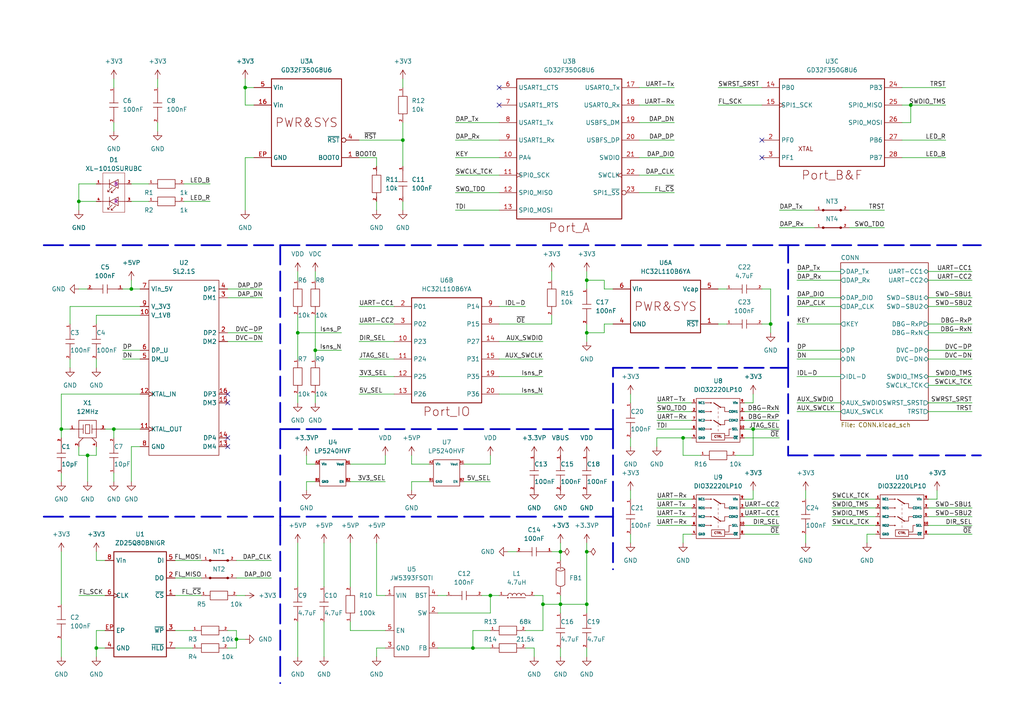
<source format=kicad_sch>
(kicad_sch (version 20211123) (generator eeschema)
  (paper "A4")
  (junction (at 91.44 101.6))
  (junction (at 38.1 83.82))
  (junction (at 116.84 40.64))
  (junction (at 157.48 175.26))
  (junction (at 162.56 160.02))
  (junction (at 223.52 93.98))
  (junction (at 33.02 124.46))
  (junction (at 198.12 127))
  (junction (at 264.16 30.48))
  (junction (at 170.18 96.52))
  (junction (at 170.18 160.02))
  (junction (at 68.58 185.42))
  (junction (at 218.44 124.46))
  (junction (at 71.12 25.4))
  (junction (at 22.86 58.42))
  (junction (at 137.16 187.96))
  (junction (at 162.56 175.26))
  (junction (at 25.4 132.08))
  (junction (at 27.94 187.96))
  (junction (at 170.18 175.26))
  (junction (at 17.78 124.46))
  (junction (at 142.24 172.72))
  (junction (at 86.36 96.52))
  (junction (at 170.18 81.28))
  (no_connect (at 220.98 45.72))
  (no_connect (at 144.78 25.4))
  (no_connect (at 66.04 116.84))
  (no_connect (at 144.78 30.48))
  (no_connect (at 66.04 129.54))
  (no_connect (at 66.04 127))
  (no_connect (at 66.04 114.3))
  (no_connect (at 220.98 40.64))
  (wire (pts (xy 208.28 25.4) (xy 220.98 25.4)))
  (wire (pts (xy 68.58 162.56) (xy 78.74 162.56)))
  (wire (pts (xy 101.6 134.62) (xy 111.76 134.62)))
  (wire (pts (xy 139.7 172.72) (xy 142.24 172.72)))
  (wire (pts (xy 152.4 182.88) (xy 157.48 182.88)))
  (wire (pts (xy 223.52 83.82) (xy 223.52 93.98)))
  (wire (pts (xy 35.56 101.6) (xy 40.64 101.6)))
  (wire (pts (xy 86.36 114.3) (xy 86.36 116.84)))
  (wire (pts (xy 22.86 83.82) (xy 25.4 83.82)))
  (wire (pts (xy 104.14 109.22) (xy 114.3 109.22)))
  (wire (pts (xy 198.12 127) (xy 200.66 127)))
  (wire (pts (xy 218.44 124.46) (xy 226.06 124.46)))
  (wire (pts (xy 71.12 45.72) (xy 73.66 45.72)))
  (wire (pts (xy 185.42 50.8) (xy 195.58 50.8)))
  (wire (pts (xy 160.02 160.02) (xy 162.56 160.02)))
  (wire (pts (xy 190.5 127) (xy 198.12 127)))
  (polyline (pts (xy 81.28 124.46) (xy 177.8 124.46)) (stroke (width 0.508)))
  (wire (pts (xy 154.94 187.96) (xy 152.4 187.96)))
  (wire (pts (xy 170.18 96.52) (xy 175.26 96.52)))
  (wire (pts (xy 149.86 160.02) (xy 147.32 160.02)))
  (wire (pts (xy 17.78 160.02) (xy 17.78 175.26)))
  (wire (pts (xy 38.1 81.28) (xy 38.1 83.82)))
  (wire (pts (xy 93.98 180.34) (xy 93.98 190.5)))
  (wire (pts (xy 246.38 66.04) (xy 256.54 66.04)))
  (polyline (pts (xy 81.28 71.12) (xy 81.28 152.4)) (stroke (width 0.508)))
  (wire (pts (xy 25.4 132.08) (xy 25.4 139.7)))
  (wire (pts (xy 104.14 93.98) (xy 114.3 93.98)))
  (wire (pts (xy 101.6 182.88) (xy 111.76 182.88)))
  (wire (pts (xy 200.66 149.86) (xy 190.5 149.86)))
  (wire (pts (xy 104.14 114.3) (xy 114.3 114.3)))
  (wire (pts (xy 22.86 172.72) (xy 30.48 172.72)))
  (wire (pts (xy 27.94 53.34) (xy 22.86 53.34)))
  (wire (pts (xy 86.36 78.74) (xy 86.36 81.28)))
  (wire (pts (xy 269.24 149.86) (xy 281.94 149.86)))
  (wire (pts (xy 198.12 154.94) (xy 200.66 154.94)))
  (wire (pts (xy 38.1 83.82) (xy 40.64 83.82)))
  (wire (pts (xy 271.78 142.24) (xy 271.78 144.78)))
  (wire (pts (xy 269.24 152.4) (xy 281.94 152.4)))
  (wire (pts (xy 40.64 114.3) (xy 17.78 114.3)))
  (wire (pts (xy 170.18 81.28) (xy 175.26 81.28)))
  (wire (pts (xy 27.94 132.08) (xy 27.94 129.54)))
  (wire (pts (xy 38.1 129.54) (xy 40.64 129.54)))
  (wire (pts (xy 261.62 40.64) (xy 274.32 40.64)))
  (wire (pts (xy 45.72 35.56) (xy 45.72 38.1)))
  (wire (pts (xy 269.24 111.76) (xy 281.94 111.76)))
  (wire (pts (xy 22.86 58.42) (xy 22.86 60.96)))
  (wire (pts (xy 231.14 101.6) (xy 243.84 101.6)))
  (polyline (pts (xy 177.8 106.68) (xy 228.6 106.68)) (stroke (width 0.508)))
  (wire (pts (xy 38.1 139.7) (xy 38.1 129.54)))
  (wire (pts (xy 264.16 35.56) (xy 264.16 30.48)))
  (wire (pts (xy 101.6 180.34) (xy 101.6 182.88)))
  (wire (pts (xy 91.44 78.74) (xy 91.44 81.28)))
  (wire (pts (xy 261.62 45.72) (xy 274.32 45.72)))
  (wire (pts (xy 27.94 104.14) (xy 27.94 106.68)))
  (wire (pts (xy 241.3 147.32) (xy 254 147.32)))
  (wire (pts (xy 132.08 40.64) (xy 144.78 40.64)))
  (wire (pts (xy 160.02 91.44) (xy 160.02 93.98)))
  (wire (pts (xy 20.32 88.9) (xy 20.32 93.98)))
  (wire (pts (xy 208.28 83.82) (xy 210.82 83.82)))
  (wire (pts (xy 109.22 187.96) (xy 111.76 187.96)))
  (wire (pts (xy 22.86 58.42) (xy 27.94 58.42)))
  (wire (pts (xy 218.44 144.78) (xy 215.9 144.78)))
  (wire (pts (xy 91.44 91.44) (xy 91.44 101.6)))
  (wire (pts (xy 182.88 127) (xy 182.88 129.54)))
  (wire (pts (xy 223.52 93.98) (xy 223.52 96.52)))
  (wire (pts (xy 109.22 45.72) (xy 109.22 48.26)))
  (wire (pts (xy 142.24 172.72) (xy 144.78 172.72)))
  (wire (pts (xy 269.24 78.74) (xy 281.94 78.74)))
  (wire (pts (xy 162.56 175.26) (xy 162.56 177.8)))
  (wire (pts (xy 269.24 96.52) (xy 281.94 96.52)))
  (wire (pts (xy 132.08 50.8) (xy 144.78 50.8)))
  (wire (pts (xy 170.18 177.8) (xy 170.18 175.26)))
  (wire (pts (xy 251.46 154.94) (xy 254 154.94)))
  (wire (pts (xy 200.66 147.32) (xy 190.5 147.32)))
  (wire (pts (xy 119.38 132.08) (xy 119.38 134.62)))
  (wire (pts (xy 17.78 114.3) (xy 17.78 124.46)))
  (wire (pts (xy 38.1 53.34) (xy 43.18 53.34)))
  (wire (pts (xy 132.08 35.56) (xy 144.78 35.56)))
  (wire (pts (xy 175.26 83.82) (xy 175.26 81.28)))
  (wire (pts (xy 27.94 182.88) (xy 27.94 187.96)))
  (wire (pts (xy 132.08 60.96) (xy 144.78 60.96)))
  (wire (pts (xy 144.78 114.3) (xy 157.48 114.3)))
  (wire (pts (xy 170.18 157.48) (xy 170.18 160.02)))
  (wire (pts (xy 231.14 116.84) (xy 243.84 116.84)))
  (wire (pts (xy 132.08 55.88) (xy 144.78 55.88)))
  (wire (pts (xy 88.9 134.62) (xy 88.9 132.08)))
  (wire (pts (xy 215.9 121.92) (xy 226.06 121.92)))
  (wire (pts (xy 144.78 104.14) (xy 157.48 104.14)))
  (wire (pts (xy 104.14 104.14) (xy 114.3 104.14)))
  (wire (pts (xy 231.14 81.28) (xy 243.84 81.28)))
  (wire (pts (xy 104.14 40.64) (xy 116.84 40.64)))
  (wire (pts (xy 185.42 25.4) (xy 195.58 25.4)))
  (wire (pts (xy 185.42 40.64) (xy 195.58 40.64)))
  (wire (pts (xy 261.62 35.56) (xy 264.16 35.56)))
  (polyline (pts (xy 81.28 149.86) (xy 177.8 149.86)) (stroke (width 0.508)))
  (wire (pts (xy 33.02 124.46) (xy 40.64 124.46)))
  (wire (pts (xy 50.8 172.72) (xy 58.42 172.72)))
  (wire (pts (xy 220.98 93.98) (xy 223.52 93.98)))
  (wire (pts (xy 20.32 124.46) (xy 17.78 124.46)))
  (wire (pts (xy 20.32 104.14) (xy 20.32 106.68)))
  (wire (pts (xy 71.12 45.72) (xy 71.12 60.96)))
  (wire (pts (xy 119.38 139.7) (xy 124.46 139.7)))
  (wire (pts (xy 215.9 124.46) (xy 218.44 124.46)))
  (wire (pts (xy 154.94 190.5) (xy 154.94 187.96)))
  (wire (pts (xy 142.24 132.08) (xy 142.24 134.62)))
  (wire (pts (xy 190.5 119.38) (xy 200.66 119.38)))
  (wire (pts (xy 231.14 109.22) (xy 243.84 109.22)))
  (wire (pts (xy 109.22 58.42) (xy 109.22 60.96)))
  (wire (pts (xy 68.58 167.64) (xy 78.74 167.64)))
  (wire (pts (xy 144.78 99.06) (xy 157.48 99.06)))
  (wire (pts (xy 162.56 172.72) (xy 162.56 175.26)))
  (wire (pts (xy 50.8 167.64) (xy 58.42 167.64)))
  (wire (pts (xy 68.58 185.42) (xy 71.12 185.42)))
  (wire (pts (xy 91.44 134.62) (xy 88.9 134.62)))
  (wire (pts (xy 50.8 162.56) (xy 58.42 162.56)))
  (wire (pts (xy 218.44 114.3) (xy 218.44 116.84)))
  (wire (pts (xy 66.04 86.36) (xy 76.2 86.36)))
  (wire (pts (xy 91.44 114.3) (xy 91.44 116.84)))
  (wire (pts (xy 261.62 30.48) (xy 264.16 30.48)))
  (wire (pts (xy 17.78 124.46) (xy 17.78 127)))
  (wire (pts (xy 45.72 22.86) (xy 45.72 25.4)))
  (wire (pts (xy 218.44 116.84) (xy 215.9 116.84)))
  (wire (pts (xy 269.24 147.32) (xy 281.94 147.32)))
  (wire (pts (xy 177.8 83.82) (xy 175.26 83.82)))
  (wire (pts (xy 231.14 104.14) (xy 243.84 104.14)))
  (wire (pts (xy 104.14 99.06) (xy 114.3 99.06)))
  (wire (pts (xy 190.5 129.54) (xy 190.5 127)))
  (wire (pts (xy 53.34 53.34) (xy 60.96 53.34)))
  (wire (pts (xy 127 177.8) (xy 142.24 177.8)))
  (polyline (pts (xy 177.8 124.46) (xy 177.8 106.68)) (stroke (width 0.508)))
  (wire (pts (xy 218.44 142.24) (xy 218.44 144.78)))
  (wire (pts (xy 269.24 101.6) (xy 281.94 101.6)))
  (polyline (pts (xy 177.8 124.46) (xy 177.8 149.86)) (stroke (width 0.508)))
  (polyline (pts (xy 12.7 149.86) (xy 81.28 149.86)) (stroke (width 0.508)))
  (wire (pts (xy 33.02 35.56) (xy 33.02 38.1)))
  (wire (pts (xy 177.8 93.98) (xy 175.26 93.98)))
  (wire (pts (xy 157.48 175.26) (xy 162.56 175.26)))
  (wire (pts (xy 27.94 187.96) (xy 30.48 187.96)))
  (wire (pts (xy 190.5 121.92) (xy 200.66 121.92)))
  (wire (pts (xy 246.38 60.96) (xy 256.54 60.96)))
  (wire (pts (xy 33.02 124.46) (xy 33.02 127)))
  (wire (pts (xy 88.9 142.24) (xy 88.9 139.7)))
  (polyline (pts (xy 228.6 106.68) (xy 228.6 71.12)) (stroke (width 0.508)))
  (wire (pts (xy 185.42 45.72) (xy 195.58 45.72)))
  (wire (pts (xy 88.9 139.7) (xy 91.44 139.7)))
  (wire (pts (xy 22.86 53.34) (xy 22.86 58.42)))
  (wire (pts (xy 203.2 132.08) (xy 198.12 132.08)))
  (wire (pts (xy 71.12 25.4) (xy 71.12 30.48)))
  (wire (pts (xy 264.16 30.48) (xy 274.32 30.48)))
  (wire (pts (xy 170.18 187.96) (xy 170.18 190.5)))
  (wire (pts (xy 233.68 154.94) (xy 233.68 157.48)))
  (wire (pts (xy 231.14 78.74) (xy 243.84 78.74)))
  (polyline (pts (xy 228.6 132.08) (xy 284.48 132.08)) (stroke (width 0.508)))
  (wire (pts (xy 208.28 30.48) (xy 220.98 30.48)))
  (wire (pts (xy 241.3 149.86) (xy 254 149.86)))
  (wire (pts (xy 170.18 96.52) (xy 170.18 99.06)))
  (wire (pts (xy 71.12 22.86) (xy 71.12 25.4)))
  (wire (pts (xy 22.86 129.54) (xy 22.86 132.08)))
  (wire (pts (xy 101.6 157.48) (xy 101.6 170.18)))
  (wire (pts (xy 144.78 88.9) (xy 152.4 88.9)))
  (wire (pts (xy 35.56 83.82) (xy 38.1 83.82)))
  (wire (pts (xy 66.04 187.96) (xy 68.58 187.96)))
  (wire (pts (xy 38.1 58.42) (xy 43.18 58.42)))
  (wire (pts (xy 231.14 86.36) (xy 243.84 86.36)))
  (wire (pts (xy 30.48 124.46) (xy 33.02 124.46)))
  (wire (pts (xy 119.38 134.62) (xy 124.46 134.62)))
  (wire (pts (xy 86.36 157.48) (xy 86.36 170.18)))
  (wire (pts (xy 271.78 144.78) (xy 269.24 144.78)))
  (wire (pts (xy 269.24 88.9) (xy 281.94 88.9)))
  (wire (pts (xy 127 172.72) (xy 129.54 172.72)))
  (wire (pts (xy 93.98 157.48) (xy 93.98 170.18)))
  (wire (pts (xy 17.78 137.16) (xy 17.78 139.7)))
  (wire (pts (xy 231.14 119.38) (xy 243.84 119.38)))
  (wire (pts (xy 35.56 104.14) (xy 40.64 104.14)))
  (wire (pts (xy 86.36 96.52) (xy 86.36 104.14)))
  (wire (pts (xy 27.94 93.98) (xy 27.94 91.44)))
  (wire (pts (xy 25.4 132.08) (xy 27.94 132.08)))
  (polyline (pts (xy 12.7 71.12) (xy 284.48 71.12)) (stroke (width 0.508)))
  (wire (pts (xy 50.8 182.88) (xy 55.88 182.88)))
  (wire (pts (xy 215.9 152.4) (xy 226.06 152.4)))
  (wire (pts (xy 53.34 58.42) (xy 60.96 58.42)))
  (wire (pts (xy 175.26 93.98) (xy 175.26 96.52)))
  (wire (pts (xy 111.76 172.72) (xy 109.22 172.72)))
  (wire (pts (xy 269.24 104.14) (xy 281.94 104.14)))
  (wire (pts (xy 116.84 40.64) (xy 116.84 48.26)))
  (wire (pts (xy 33.02 137.16) (xy 33.02 139.7)))
  (wire (pts (xy 144.78 109.22) (xy 157.48 109.22)))
  (wire (pts (xy 200.66 144.78) (xy 190.5 144.78)))
  (wire (pts (xy 190.5 116.84) (xy 200.66 116.84)))
  (wire (pts (xy 215.9 154.94) (xy 226.06 154.94)))
  (wire (pts (xy 27.94 162.56) (xy 30.48 162.56)))
  (wire (pts (xy 66.04 96.52) (xy 76.2 96.52)))
  (wire (pts (xy 17.78 185.42) (xy 17.78 190.5)))
  (wire (pts (xy 111.76 132.08) (xy 111.76 134.62)))
  (wire (pts (xy 269.24 119.38) (xy 281.94 119.38)))
  (wire (pts (xy 119.38 139.7) (xy 119.38 142.24)))
  (wire (pts (xy 134.62 134.62) (xy 142.24 134.62)))
  (wire (pts (xy 220.98 83.82) (xy 223.52 83.82)))
  (wire (pts (xy 215.9 127) (xy 226.06 127)))
  (wire (pts (xy 170.18 81.28) (xy 170.18 83.82)))
  (wire (pts (xy 170.18 175.26) (xy 162.56 175.26)))
  (wire (pts (xy 154.94 172.72) (xy 157.48 172.72)))
  (wire (pts (xy 213.36 132.08) (xy 218.44 132.08)))
  (wire (pts (xy 200.66 152.4) (xy 190.5 152.4)))
  (wire (pts (xy 68.58 185.42) (xy 68.58 187.96)))
  (wire (pts (xy 269.24 116.84) (xy 281.94 116.84)))
  (wire (pts (xy 215.9 149.86) (xy 226.06 149.86)))
  (wire (pts (xy 218.44 132.08) (xy 218.44 124.46)))
  (wire (pts (xy 142.24 182.88) (xy 137.16 182.88)))
  (wire (pts (xy 269.24 154.94) (xy 281.94 154.94)))
  (wire (pts (xy 66.04 99.06) (xy 76.2 99.06)))
  (wire (pts (xy 261.62 25.4) (xy 274.32 25.4)))
  (wire (pts (xy 182.88 142.24) (xy 182.88 144.78)))
  (wire (pts (xy 132.08 45.72) (xy 144.78 45.72)))
  (wire (pts (xy 231.14 88.9) (xy 243.84 88.9)))
  (wire (pts (xy 185.42 30.48) (xy 195.58 30.48)))
  (wire (pts (xy 182.88 154.94) (xy 182.88 157.48)))
  (wire (pts (xy 269.24 109.22) (xy 281.94 109.22)))
  (wire (pts (xy 226.06 60.96) (xy 236.22 60.96)))
  (wire (pts (xy 142.24 172.72) (xy 142.24 177.8)))
  (wire (pts (xy 226.06 66.04) (xy 236.22 66.04)))
  (polyline (pts (xy 81.28 152.4) (xy 81.28 198.12)) (stroke (width 0.508)))
  (wire (pts (xy 241.3 152.4) (xy 254 152.4)))
  (wire (pts (xy 170.18 78.74) (xy 170.18 81.28)))
  (wire (pts (xy 91.44 101.6) (xy 91.44 104.14)))
  (wire (pts (xy 50.8 187.96) (xy 55.88 187.96)))
  (wire (pts (xy 71.12 30.48) (xy 73.66 30.48)))
  (wire (pts (xy 198.12 132.08) (xy 198.12 127)))
  (wire (pts (xy 185.42 55.88) (xy 195.58 55.88)))
  (wire (pts (xy 233.68 142.24) (xy 233.68 144.78)))
  (wire (pts (xy 162.56 157.48) (xy 162.56 160.02)))
  (wire (pts (xy 101.6 139.7) (xy 111.76 139.7)))
  (wire (pts (xy 71.12 25.4) (xy 73.66 25.4)))
  (wire (pts (xy 170.18 93.98) (xy 170.18 96.52)))
  (wire (pts (xy 269.24 93.98) (xy 281.94 93.98)))
  (wire (pts (xy 162.56 187.96) (xy 162.56 190.5)))
  (wire (pts (xy 33.02 22.86) (xy 33.02 25.4)))
  (wire (pts (xy 157.48 182.88) (xy 157.48 175.26)))
  (wire (pts (xy 86.36 91.44) (xy 86.36 96.52)))
  (wire (pts (xy 22.86 132.08) (xy 25.4 132.08)))
  (wire (pts (xy 198.12 154.94) (xy 198.12 157.48)))
  (wire (pts (xy 66.04 182.88) (xy 68.58 182.88)))
  (wire (pts (xy 116.84 35.56) (xy 116.84 40.64)))
  (wire (pts (xy 137.16 187.96) (xy 142.24 187.96)))
  (wire (pts (xy 68.58 172.72) (xy 71.12 172.72)))
  (wire (pts (xy 269.24 81.28) (xy 281.94 81.28)))
  (wire (pts (xy 91.44 101.6) (xy 99.06 101.6)))
  (wire (pts (xy 40.64 88.9) (xy 20.32 88.9)))
  (wire (pts (xy 27.94 187.96) (xy 27.94 190.5)))
  (wire (pts (xy 104.14 45.72) (xy 109.22 45.72)))
  (wire (pts (xy 116.84 58.42) (xy 116.84 60.96)))
  (wire (pts (xy 30.48 182.88) (xy 27.94 182.88)))
  (wire (pts (xy 185.42 35.56) (xy 195.58 35.56)))
  (wire (pts (xy 182.88 114.3) (xy 182.88 116.84)))
  (wire (pts (xy 241.3 144.78) (xy 254 144.78)))
  (wire (pts (xy 144.78 93.98) (xy 160.02 93.98)))
  (wire (pts (xy 170.18 160.02) (xy 170.18 175.26)))
  (wire (pts (xy 99.06 96.52) (xy 86.36 96.52)))
  (wire (pts (xy 86.36 180.34) (xy 86.36 190.5)))
  (wire (pts (xy 137.16 182.88) (xy 137.16 187.96)))
  (wire (pts (xy 251.46 154.94) (xy 251.46 157.48)))
  (wire (pts (xy 109.22 190.5) (xy 109.22 187.96)))
  (wire (pts (xy 208.28 93.98) (xy 210.82 93.98)))
  (wire (pts (xy 215.9 119.38) (xy 226.06 119.38)))
  (wire (pts (xy 109.22 157.48) (xy 109.22 172.72)))
  (wire (pts (xy 127 187.96) (xy 137.16 187.96)))
  (wire (pts (xy 27.94 160.02) (xy 27.94 162.56)))
  (wire (pts (xy 68.58 182.88) (xy 68.58 185.42)))
  (wire (pts (xy 269.24 86.36) (xy 281.94 86.36)))
  (wire (pts (xy 134.62 139.7) (xy 142.24 139.7)))
  (wire (pts (xy 190.5 124.46) (xy 200.66 124.46)))
  (wire (pts (xy 27.94 91.44) (xy 40.64 91.44)))
  (wire (pts (xy 231.14 93.98) (xy 243.84 93.98)))
  (polyline (pts (xy 228.6 106.68) (xy 228.6 132.08)) (stroke (width 0.508)))
  (wire (pts (xy 157.48 172.72) (xy 157.48 175.26)))
  (wire (pts (xy 160.02 78.74) (xy 160.02 81.28)))
  (wire (pts (xy 116.84 22.86) (xy 116.84 25.4)))
  (wire (pts (xy 162.56 160.02) (xy 162.56 162.56)))
  (wire (pts (xy 215.9 147.32) (xy 226.06 147.32)))
  (wire (pts (xy 104.14 88.9) (xy 114.3 88.9)))
  (wire (pts (xy 66.04 83.82) (xy 76.2 83.82)))
  (polyline (pts (xy 177.8 149.86) (xy 177.8 165.1)) (stroke (width 0.508)))
  (label "UART-CC1" (at 226.06 149.86 180))
  (label "UART-Rx" (at 190.5 121.92 0))
  (label "DIR_SEL" (at 281.94 152.4 180))
  (label "SWCLK_TCK" (at 241.3 152.4 0))
  (label "AUX_SWDIO" (at 231.14 116.84 0))
  (label "SWD-SBU1" (at 281.94 86.36 180))
  (label "DAP_DIO" (at 195.58 45.72 180))
  (label "3V3_SEL" (at 111.76 139.7 180))
  (label "DAP_DN" (at 76.2 86.36 180))
  (label "TRST" (at 256.54 60.96 180))
  (label "SWDIO_TMS" (at 241.3 149.86 0))
  (label "DAP_CLK" (at 195.58 50.8 180))
  (label "TDI" (at 190.5 124.46 0))
  (label "SWD-SBU1" (at 281.94 147.32 180))
  (label "Isns_N" (at 157.48 114.3 180))
  (label "5V_SEL" (at 104.14 114.3 0))
  (label "TRST" (at 274.32 25.4 180))
  (label "DAP_CLK" (at 78.74 162.56 180))
  (label "DAP_Rx" (at 132.08 40.64 0))
  (label "DAP_Tx" (at 132.08 35.56 0))
  (label "SWRST_SRST" (at 281.94 116.84 180))
  (label "DN" (at 35.56 104.14 0))
  (label "DAP_DN" (at 195.58 35.56 180))
  (label "SWDIO_TMS" (at 281.94 109.22 180))
  (label "UART-CC1" (at 281.94 78.74 180))
  (label "DAP_Tx" (at 226.06 60.96 0))
  (label "FL_SCK" (at 208.28 30.48 0))
  (label "LED_R" (at 60.96 58.42 180))
  (label "DN" (at 231.14 104.14 0))
  (label "SWO_TDO" (at 132.08 55.88 0))
  (label "DBG-RxN" (at 226.06 119.38 180))
  (label "Isns_P" (at 99.06 96.52 180))
  (label "UART-CC2" (at 226.06 147.32 180))
  (label "~{RST}" (at 109.22 40.64 180))
  (label "DVC-DN" (at 76.2 99.06 180))
  (label "SWCLK_TCK" (at 281.94 111.76 180))
  (label "DIR_SEL" (at 226.06 152.4 180))
  (label "~{OE}" (at 281.94 154.94 180))
  (label "SWO_TDO" (at 256.54 66.04 180))
  (label "JTAG_SEL" (at 226.06 124.46 180))
  (label "TRST" (at 281.94 119.38 180))
  (label "DBG-RxN" (at 281.94 96.52 180))
  (label "SWDIO_TMS" (at 274.32 30.48 180))
  (label "TDI" (at 132.08 60.96 0))
  (label "DAP_DP" (at 195.58 40.64 180))
  (label "UART-CC2" (at 281.94 81.28 180))
  (label "DAP_DIO" (at 78.74 167.64 180))
  (label "SWD-SBU2" (at 281.94 149.86 180))
  (label "DAP_Rx" (at 226.06 66.04 0))
  (label "Isns_P" (at 157.48 109.22 180))
  (label "DP" (at 231.14 101.6 0))
  (label "SWDIO_TMS" (at 241.3 147.32 0))
  (label "FL_MISO" (at 58.42 167.64 180))
  (label "UART-Rx" (at 195.58 30.48 180))
  (label "Isns_N" (at 99.06 101.6 180))
  (label "UART-CC1" (at 104.14 88.9 0))
  (label "SWCLK_TCK" (at 241.3 144.78 0))
  (label "DAP_DIO" (at 231.14 86.36 0))
  (label "DP" (at 35.56 101.6 0))
  (label "DVC-DP" (at 76.2 96.52 180))
  (label "SWCLK_TCK" (at 132.08 50.8 0))
  (label "DAP_Rx" (at 231.14 81.28 0))
  (label "5V_SEL" (at 142.24 139.7 180))
  (label "BOOT0" (at 109.22 45.72 180))
  (label "FL_SCK" (at 22.86 172.72 0))
  (label "DBG-RxP" (at 226.06 121.92 180))
  (label "FL_~{CS}" (at 58.42 172.72 180))
  (label "UART-CC2" (at 104.14 93.98 0))
  (label "DAP_Tx" (at 231.14 78.74 0))
  (label "3V3_SEL" (at 104.14 109.22 0))
  (label "KEY" (at 231.14 93.98 0))
  (label "LED_B" (at 60.96 53.34 180))
  (label "UART-Tx" (at 190.5 149.86 0))
  (label "UART-Tx" (at 190.5 116.84 0))
  (label "DBG-RxP" (at 281.94 93.98 180))
  (label "SWRST_SRST" (at 208.28 25.4 0))
  (label "AUX_SWDIO" (at 157.48 99.06 180))
  (label "UART-Rx" (at 190.5 144.78 0))
  (label "DIR_SEL" (at 104.14 99.06 0))
  (label "~{OE}" (at 226.06 127 180))
  (label "IDL-D" (at 152.4 88.9 180))
  (label "AUX_SWCLK" (at 157.48 104.14 180))
  (label "DVC-DP" (at 281.94 101.6 180))
  (label "SWD-SBU2" (at 281.94 88.9 180))
  (label "UART-Rx" (at 190.5 152.4 0))
  (label "~{OE}" (at 152.4 93.98 180))
  (label "DVC-DN" (at 281.94 104.14 180))
  (label "JTAG_SEL" (at 104.14 104.14 0))
  (label "IDL-D" (at 231.14 109.22 0))
  (label "KEY" (at 132.08 45.72 0))
  (label "DAP_CLK" (at 231.14 88.9 0))
  (label "SWO_TDO" (at 190.5 119.38 0))
  (label "UART-Tx" (at 195.58 25.4 180))
  (label "LED_B" (at 274.32 45.72 180))
  (label "UART-Tx" (at 190.5 147.32 0))
  (label "AUX_SWCLK" (at 231.14 119.38 0))
  (label "FL_~{CS}" (at 195.58 55.88 180))
  (label "LED_R" (at 274.32 40.64 180))
  (label "~{OE}" (at 226.06 154.94 180))
  (label "FL_MOSI" (at 58.42 162.56 180))
  (label "DAP_DP" (at 76.2 83.82 180))
  (symbol (lib_id "001_Basic_PassiveComponents:001_Resistor") (at 147.32 182.88 0) (unit 1)
    (property "Reference" "R13" (at 142.24 180.34 0))
    (property "Value" "68k" (at 152.4 180.34 0))
    (property "Footprint" "001_GN_RCL_SMD:R0201(0603M)" (effects hide))
    (property "Symbol type" "Alternate Source" (effects hide))
  )
  (symbol (lib_id "110_IntegratedCircuit_Interface:SL2.1S") (at 53.34 106.68 0) (unit 1)
    (property "Reference" "U2" (at 53.34 76.2 0))
    (property "Value" "SL2.1S" (at 53.34 78.74 0))
    (property "Footprint" "004_GN_MIDDLE-SEMI_SMD:MSOP-16_2646" (effects hide))
    (property "Symbol type" "Specified Device" (effects hide))
  )
  (symbol (lib_id "001_Basic_PassiveComponents:101_Capacitor") (at 154.94 137.16 270) (unit 1)
    (property "Reference" "C13" (at 154.94 134.62 90) (effects (justify left)))
    (property "Value" "100nF" (at 154.94 139.7 90) (effects (justify left)))
    (property "Footprint" "001_GN_RCL_SMD:C0201(0603M)" (effects hide))
    (property "Symbol type" "Alternate Source" (effects hide))
  )
  (symbol (lib_name "GD32F350G8U6_1") (lib_id "107_IntegratedCircuit_MicroController:GD32F350G8U6") (at 88.9 35.56 0) (unit 1)
    (property "Reference" "U3" (at 88.9 17.78 0))
    (property "Value" "GD32F350G8U6" (at 88.9 20.32 0))
    (property "Footprint" "004_GN_MIDDLE-SEMI_SMD:QFN-28_4040" (effects hide))
    (property "Symbol type" "Specified Device" (effects hide))
  )
  (symbol (lib_id "300_Link_NetCNVT:NetCNVT-2") (at 63.5 167.64 0) (unit 1)
    (property "Reference" "NT2" (at 63.5 165.1 0))
    (property "Value" "NetCNVT-2" (effects hide))
    (property "Footprint" "301_MECH_DRAWING:NetCNVT" (effects hide))
    (property "Symbol type" "Net Convertor" (effects hide))
  )
  (symbol (lib_id "001_Basic_PassiveComponents:101_Capacitor") (at 33.02 132.08 90) (unit 1)
    (property "Reference" "C7" (at 33.02 129.54 90) (effects (justify right)))
    (property "Value" "10pF" (at 33.02 134.62 90) (effects (justify right)))
    (property "Footprint" "001_GN_RCL_SMD:C0201(0603M)" (effects hide))
    (property "Symbol type" "Alternate Source" (effects hide))
  )
  (symbol (lib_id "001_Basic_PassiveComponents:001_Resistor") (at 91.44 109.22 270) (unit 1)
    (property "Reference" "R9" (at 91.44 104.14 90) (effects (justify left)))
    (property "Value" "10k" (at 91.44 114.3 90) (effects (justify left)))
    (property "Footprint" "001_GN_RCL_SMD:R0201(0603M)" (effects hide))
    (property "Symbol type" "Alternate Source" (effects hide))
  )
  (symbol (lib_id "003_Basic_CrystalAndOscillator:002_Xtal-4") (at 25.4 124.46 0) (unit 1)
    (property "Reference" "X1" (at 25.4 116.84 0))
    (property "Value" "12MHz" (at 25.4 119.38 0))
    (property "Footprint" "006_GN_XTAL_OSC_SMD:CXO-4_2520" (effects hide))
    (property "Symbol type" "Alternate Source" (effects hide))
  )
  (symbol (lib_id "PowerPort:GND") (at 33.02 139.7 0) (mirror y) (unit 1)
    (property "Reference" "#PWR013" (effects hide))
    (property "Value" "GND" (at 33.02 144.78 0))
  )
  (symbol (lib_id "PowerPort:GND") (at 116.84 60.96 0) (mirror y) (unit 1)
    (property "Reference" "#PWR038" (effects hide))
    (property "Value" "GND" (at 116.84 66.04 0))
  )
  (symbol (lib_id "PowerPort:GND") (at 109.22 60.96 0) (mirror y) (unit 1)
    (property "Reference" "#PWR033" (effects hide))
    (property "Value" "GND" (at 109.22 66.04 0))
  )
  (symbol (lib_id "PowerPort:+3V3") (at 170.18 78.74 0) (unit 1)
    (property "Reference" "#PWR051" (effects hide))
    (property "Value" "+3V3" (at 170.18 73.66 0))
  )
  (symbol (lib_id "001_Basic_PassiveComponents:001_Resistor") (at 60.96 187.96 0) (unit 1)
    (property "Reference" "R4" (at 55.88 190.5 0))
    (property "Value" "10k" (at 66.04 190.5 0))
    (property "Footprint" "001_GN_RCL_SMD:R0201(0603M)" (effects hide))
    (property "Symbol type" "Alternate Source" (effects hide))
  )
  (symbol (lib_id "PowerPort:+3V3") (at 17.78 160.02 0) (unit 1)
    (property "Reference" "#PWR02" (effects hide))
    (property "Value" "+3V3" (at 17.78 154.94 0))
  )
  (symbol (lib_id "300_Link_NetCNVT:NetCNVT-2") (at 241.3 66.04 0) (unit 1)
    (property "Reference" "NT4" (at 241.3 63.5 0))
    (property "Value" "NetCNVT-2" (effects hide))
    (property "Footprint" "301_MECH_DRAWING:NetCNVT" (effects hide))
    (property "Symbol type" "Net Convertor" (effects hide))
  )
  (symbol (lib_id "PowerPort:VDD") (at 111.76 132.08 0) (unit 1)
    (property "Reference" "#PWR036" (effects hide))
    (property "Value" "VDD" (at 111.76 127 0))
  )
  (symbol (lib_id "001_Basic_PassiveComponents:101_Capacitor") (at 170.18 137.16 270) (unit 1)
    (property "Reference" "C18" (at 170.18 134.62 90) (effects (justify left)))
    (property "Value" "100nF" (at 170.18 139.7 90) (effects (justify left)))
    (property "Footprint" "001_GN_RCL_SMD:C0201(0603M)" (effects hide))
    (property "Symbol type" "Alternate Source" (effects hide))
  )
  (symbol (lib_id "PowerPort:+3V3") (at 71.12 172.72 270) (unit 1)
    (property "Reference" "#PWR020" (effects hide))
    (property "Value" "+3V3" (at 74.93 172.7199 90) (effects (justify left)))
  )
  (symbol (lib_id "PowerPort:GND") (at 27.94 190.5 0) (mirror y) (unit 1)
    (property "Reference" "#PWR010" (effects hide))
    (property "Value" "GND" (at 27.94 195.58 0))
  )
  (symbol (lib_id "001_Basic_PassiveComponents:101_Capacitor") (at 17.78 180.34 270) (unit 1)
    (property "Reference" "C2" (at 20.32 179.0699 90) (effects (justify left)))
    (property "Value" "100nF" (at 20.32 181.6099 90) (effects (justify left)))
    (property "Footprint" "001_GN_RCL_SMD:C0201(0603M)" (effects hide))
    (property "Symbol type" "Alternate Source" (effects hide))
  )
  (symbol (lib_id "PowerPort:+3.3VP") (at 154.94 132.08 0) (unit 1)
    (property "Reference" "#PWR043" (effects hide))
    (property "Value" "+3.3VP" (at 154.94 127 0))
  )
  (symbol (lib_id "001_Basic_PassiveComponents:001_Resistor") (at 91.44 86.36 270) (unit 1)
    (property "Reference" "R8" (at 91.44 81.28 90) (effects (justify left)))
    (property "Value" "10k" (at 91.44 91.44 90) (effects (justify left)))
    (property "Footprint" "001_GN_RCL_SMD:R0201(0603M)" (effects hide))
    (property "Symbol type" "Alternate Source" (effects hide))
  )
  (symbol (lib_id "004_Basic_Co-PackagedSemiconductor:XL-1010SURUBC") (at 33.02 55.88 0) (unit 1)
    (property "Reference" "D1" (at 33.02 46.355 0))
    (property "Value" "XL-1010SURUBC" (at 33.02 48.895 0))
    (property "Footprint" "003_GN_SMALL-SEMI_SMD:LED-4_1010" (effects hide))
    (property "Symbol type" "Specified Device" (effects hide))
    (property "Color LED1" "B" (at 33.655 53.34 0) (effects (font (size 0.9525 0.9525))))
    (property "Color LED2" "R" (at 33.655 58.42 0) (effects (font (size 0.9525 0.9525))))
  )
  (symbol (lib_id "001_Basic_PassiveComponents:001_Resistor") (at 48.26 58.42 0) (unit 1)
    (property "Reference" "R2" (at 43.18 60.96 0))
    (property "Value" "1k" (at 53.34 60.96 0))
    (property "Footprint" "001_GN_RCL_SMD:R0201(0603M)" (effects hide))
    (property "Symbol type" "Alternate Source" (effects hide))
  )
  (symbol (lib_id "PowerPort:GND") (at 182.88 129.54 0) (mirror y) (unit 1)
    (property "Reference" "#PWR058" (effects hide))
    (property "Value" "GND" (at 182.88 134.62 0))
  )
  (symbol (lib_id "PowerPort:GND") (at 198.12 157.48 0) (mirror y) (unit 1)
    (property "Reference" "#PWR062" (effects hide))
    (property "Value" "GND" (at 198.12 162.56 0))
  )
  (symbol (lib_id "204_Power_SMPS-Convertor:JW5393FSOTI") (at 119.38 182.88 0) (unit 1)
    (property "Reference" "U5" (at 119.38 165.1 0))
    (property "Value" "JW5393FSOTI" (at 119.38 167.64 0))
    (property "Footprint" "003_GN_SMALL-SEMI_SMD:SOT-563" (effects hide))
    (property "Symbol type" "Specified Device" (effects hide))
  )
  (symbol (lib_id "001_Basic_PassiveComponents:001_Resistor") (at 147.32 187.96 0) (unit 1)
    (property "Reference" "R14" (at 142.24 185.42 0))
    (property "Value" "21.5k" (at 152.4 185.42 0))
    (property "Footprint" "001_GN_RCL_SMD:R0201(0603M)" (effects hide))
    (property "Symbol type" "Alternate Source" (effects hide))
  )
  (symbol (lib_id "PowerPort:PWR_FLAG") (at 162.56 160.02 270) (unit 1)
    (property "Reference" "#FLG0102" (effects hide))
    (property "Value" "PWR_FLAG" (effects hide))
  )
  (symbol (lib_id "001_Basic_PassiveComponents:101_Capacitor") (at 134.62 172.72 0) (unit 1)
    (property "Reference" "C12" (at 134.62 166.37 0))
    (property "Value" "100nF" (at 134.62 168.91 0))
    (property "Footprint" "001_GN_RCL_SMD:C0201(0603M)" (effects hide))
    (property "Symbol type" "Alternate Source" (effects hide))
  )
  (symbol (lib_id "001_Basic_PassiveComponents:101_Capacitor") (at 33.02 30.48 270) (unit 1)
    (property "Reference" "C6" (at 35.56 29.2099 90) (effects (justify left)))
    (property "Value" "100nF" (at 35.56 31.7499 90) (effects (justify left)))
    (property "Footprint" "001_GN_RCL_SMD:C0201(0603M)" (effects hide))
    (property "Symbol type" "Alternate Source" (effects hide))
  )
  (symbol (lib_id "PowerPort:GND") (at 251.46 157.48 0) (mirror y) (unit 1)
    (property "Reference" "#PWR068" (effects hide))
    (property "Value" "GND" (at 251.46 162.56 0))
  )
  (symbol (lib_id "300_Link_NetCNVT:NetCNVT-2") (at 241.3 60.96 0) (unit 1)
    (property "Reference" "NT3" (at 241.3 58.42 0))
    (property "Value" "NetCNVT-2" (effects hide))
    (property "Footprint" "301_MECH_DRAWING:NetCNVT" (effects hide))
    (property "Symbol type" "Net Convertor" (effects hide))
  )
  (symbol (lib_id "PowerPort:+3V3") (at 233.68 142.24 0) (unit 1)
    (property "Reference" "#PWR066" (effects hide))
    (property "Value" "+3V3" (at 233.68 137.16 0))
  )
  (symbol (lib_id "PowerPort:GND") (at 71.12 185.42 90) (mirror x) (unit 1)
    (property "Reference" "#PWR021" (effects hide))
    (property "Value" "GND" (at 74.93 185.4199 90) (effects (justify right)))
  )
  (symbol (lib_id "110_IntegratedCircuit_Interface:LP5240HVF") (at 96.52 137.16 0) (unit 1)
    (property "Reference" "U4" (at 96.52 128.27 0))
    (property "Value" "LP5240HVF" (at 96.52 130.81 0))
    (property "Footprint" "104_SP_SMALL_SMD:CSP-4_S7575" (effects hide))
    (property "Symbol type" "Specified Device" (effects hide))
  )
  (symbol (lib_id "PowerPort:+3V3") (at 27.94 160.02 0) (unit 1)
    (property "Reference" "#PWR09" (effects hide))
    (property "Value" "+3V3" (at 27.94 154.94 0))
  )
  (symbol (lib_id "110_IntegratedCircuit_Interface:DIO32220LP10") (at 261.62 149.86 0) (unit 1)
    (property "Reference" "U10" (at 261.62 138.43 0))
    (property "Value" "DIO32220LP10" (at 261.62 140.97 0))
    (property "Footprint" "003_GN_SMALL-SEMI_SMD:QFN-10_1814" (effects hide))
    (property "Symbol type" "Specified Device" (effects hide))
  )
  (symbol (lib_id "PowerPort:GND") (at 154.94 190.5 0) (mirror y) (unit 1)
    (property "Reference" "#PWR045" (effects hide))
    (property "Value" "GND" (at 154.94 195.58 0))
  )
  (symbol (lib_id "001_Basic_PassiveComponents:101_Capacitor") (at 182.88 149.86 270) (unit 1)
    (property "Reference" "C21" (at 182.88 147.32 90) (effects (justify left)))
    (property "Value" "100nF" (at 182.88 152.4 90) (effects (justify left)))
    (property "Footprint" "001_GN_RCL_SMD:C0201(0603M)" (effects hide))
    (property "Symbol type" "Alternate Source" (effects hide))
  )
  (symbol (lib_id "PowerPort:VDC") (at 91.44 78.74 0) (unit 1)
    (property "Reference" "#PWR028" (effects hide))
    (property "Value" "VDC" (at 91.44 73.66 0))
  )
  (symbol (lib_id "PowerPort:+3V3") (at 45.72 22.86 0) (unit 1)
    (property "Reference" "#PWR016" (effects hide))
    (property "Value" "+3V3" (at 45.72 17.78 0))
  )
  (symbol (lib_name "GD32F350G8U6_2") (lib_id "107_IntegratedCircuit_MicroController:GD32F350G8U6") (at 165.1 43.18 0) (unit 2)
    (property "Reference" "U3" (at 165.1 17.78 0))
    (property "Value" "GD32F350G8U6" (at 165.1 20.32 0))
    (property "Footprint" "004_GN_MIDDLE-SEMI_SMD:QFN-28_4040" (effects hide))
    (property "Symbol type" "Specified Device" (effects hide))
    (pin "11" (alternate "SPI0_SCK"))
    (pin "12" (alternate "SPI0_MISO"))
    (pin "13" (alternate "SPI0_MOSI"))
    (pin "17" (alternate "USART0_Tx"))
    (pin "18" (alternate "USART0_Rx"))
    (pin "19" (alternate "USBFS_DM"))
    (pin "20" (alternate "USBFS_DP"))
    (pin "21" (alternate "SWDIO"))
    (pin "22" (alternate "SWCLK"))
    (pin "23" (alternate "SPI1_~{SS}"))
    (pin "6" (alternate "USART1_CTS"))
    (pin "7" (alternate "USART1_RTS"))
    (pin "8" (alternate "USART1_Tx"))
    (pin "9" (alternate "USART1_Rx"))
    (pin "15" (alternate "SPI1_SCK"))
    (pin "25" (alternate "SPI0_MISO"))
    (pin "26" (alternate "SPI0_MOSI"))
  )
  (symbol (lib_id "108_IntegratedCircuit_Storage:ZD25Q80BNIGR") (at 40.64 172.72 0) (unit 1)
    (property "Reference" "U1" (at 40.64 154.94 0))
    (property "Value" "ZD25Q80BNIGR" (at 40.64 157.48 0))
    (property "Footprint" "003_GN_SMALL-SEMI_SMD:DFN-8_1515" (effects hide))
    (property "Symbol type" "Specified Device" (effects hide))
  )
  (symbol (lib_id "PowerPort:+5VP") (at 86.36 157.48 0) (unit 1)
    (property "Reference" "#PWR024" (effects hide))
    (property "Value" "+5VP" (at 86.36 152.4 0))
  )
  (symbol (lib_id "001_Basic_PassiveComponents:001_Resistor") (at 86.36 109.22 270) (unit 1)
    (property "Reference" "R7" (at 86.36 104.14 90) (effects (justify left)))
    (property "Value" "10k" (at 86.36 114.3 90) (effects (justify left)))
    (property "Footprint" "001_GN_RCL_SMD:R0201(0603M)" (effects hide))
    (property "Symbol type" "Alternate Source" (effects hide))
  )
  (symbol (lib_id "PowerPort:GND") (at 91.44 116.84 0) (mirror y) (unit 1)
    (property "Reference" "#PWR029" (effects hide))
    (property "Value" "GND" (at 91.44 121.92 0))
  )
  (symbol (lib_id "PowerPort:+3V3") (at 116.84 22.86 0) (unit 1)
    (property "Reference" "#PWR037" (effects hide))
    (property "Value" "+3V3" (at 116.84 17.78 0))
  )
  (symbol (lib_id "PowerPort:GND") (at 88.9 142.24 0) (unit 1)
    (property "Reference" "#PWR027" (effects hide))
    (property "Value" "GND" (at 88.9 147.32 0))
  )
  (symbol (lib_id "001_Basic_PassiveComponents:001_Resistor") (at 86.36 86.36 270) (unit 1)
    (property "Reference" "R6" (at 86.36 81.28 90) (effects (justify left)))
    (property "Value" "10k" (at 86.36 91.44 90) (effects (justify left)))
    (property "Footprint" "001_GN_RCL_SMD:R0201(0603M)" (effects hide))
    (property "Symbol type" "Alternate Source" (effects hide))
  )
  (symbol (lib_id "PowerPort:+3V3") (at 218.44 114.3 0) (unit 1)
    (property "Reference" "#PWR063" (effects hide))
    (property "Value" "+3V3" (at 218.44 109.22 0))
  )
  (symbol (lib_id "110_IntegratedCircuit_Interface:DIO32220LP10") (at 208.28 121.92 0) (unit 1)
    (property "Reference" "U8" (at 208.28 110.49 0))
    (property "Value" "DIO32220LP10" (at 208.28 113.03 0))
    (property "Footprint" "003_GN_SMALL-SEMI_SMD:QFN-10_1814" (effects hide))
    (property "Symbol type" "Specified Device" (effects hide))
  )
  (symbol (lib_id "PowerPort:GND") (at 33.02 38.1 0) (mirror y) (unit 1)
    (property "Reference" "#PWR012" (effects hide))
    (property "Value" "GND" (at 33.02 43.18 0))
  )
  (symbol (lib_id "PowerPort:GND") (at 27.94 106.68 0) (mirror y) (unit 1)
    (property "Reference" "#PWR08" (effects hide))
    (property "Value" "GND" (at 27.94 111.76 0))
  )
  (symbol (lib_id "PowerPort:GND") (at 71.12 60.96 0) (mirror y) (unit 1)
    (property "Reference" "#PWR019" (effects hide))
    (property "Value" "GND" (at 71.12 66.04 0))
  )
  (symbol (lib_id "PowerPort:GND") (at 154.94 142.24 0) (unit 1)
    (property "Reference" "#PWR044" (effects hide))
    (property "Value" "GND" (at 154.94 147.32 0))
  )
  (symbol (lib_id "001_Basic_PassiveComponents:101_Capacitor") (at 17.78 132.08 90) (unit 1)
    (property "Reference" "C1" (at 17.78 129.54 90) (effects (justify right)))
    (property "Value" "10pF" (at 17.78 134.62 90) (effects (justify right)))
    (property "Footprint" "001_GN_RCL_SMD:C0201(0603M)" (effects hide))
    (property "Symbol type" "Alternate Source" (effects hide))
  )
  (symbol (lib_id "PowerPort:VBUS") (at 162.56 132.08 0) (unit 1)
    (property "Reference" "#PWR047" (effects hide))
    (property "Value" "VBUS" (at 162.56 127 0))
  )
  (symbol (lib_id "PowerPort:GND") (at 170.18 99.06 0) (mirror y) (unit 1)
    (property "Reference" "#PWR052" (effects hide))
    (property "Value" "GND" (at 170.18 104.14 0))
  )
  (symbol (lib_id "001_Basic_PassiveComponents:001_Resistor") (at 60.96 182.88 0) (unit 1)
    (property "Reference" "R3" (at 55.88 185.42 0))
    (property "Value" "10k" (at 66.04 185.42 0))
    (property "Footprint" "001_GN_RCL_SMD:R0201(0603M)" (effects hide))
    (property "Symbol type" "Alternate Source" (effects hide))
  )
  (symbol (lib_id "PowerPort:+3V3") (at 182.88 114.3 0) (unit 1)
    (property "Reference" "#PWR057" (effects hide))
    (property "Value" "+3V3" (at 182.88 109.22 0))
  )
  (symbol (lib_id "001_Basic_PassiveComponents:101_Capacitor") (at 20.32 99.06 270) (unit 1)
    (property "Reference" "C3" (at 20.32 96.52 90) (effects (justify left)))
    (property "Value" "100nF" (at 20.32 101.6 90) (effects (justify left)))
    (property "Footprint" "001_GN_RCL_SMD:C0201(0603M)" (effects hide))
    (property "Symbol type" "Alternate Source" (effects hide))
  )
  (symbol (lib_id "PowerPort:+5VP") (at 119.38 132.08 0) (unit 1)
    (property "Reference" "#PWR039" (effects hide))
    (property "Value" "+5VP" (at 119.38 127 0))
  )
  (symbol (lib_id "001_Basic_PassiveComponents:101_Capacitor") (at 170.18 182.88 270) (unit 1)
    (property "Reference" "C19" (at 170.18 180.34 90) (effects (justify left)))
    (property "Value" "4.7uF" (at 170.18 185.42 90) (effects (justify left)))
    (property "Footprint" "001_GN_RCL_SMD:C0402(1005M)" (effects hide))
    (property "Symbol type" "Alternate Source" (effects hide))
  )
  (symbol (lib_id "PowerPort:+3.3VP") (at 170.18 157.48 0) (unit 1)
    (property "Reference" "#PWR055" (effects hide))
    (property "Value" "+3.3VP" (at 170.18 152.4 0))
  )
  (symbol (lib_id "PowerPort:GND") (at 182.88 157.48 0) (mirror y) (unit 1)
    (property "Reference" "#PWR060" (effects hide))
    (property "Value" "GND" (at 182.88 162.56 0))
  )
  (symbol (lib_id "PowerPort:GND") (at 22.86 83.82 270) (unit 1)
    (property "Reference" "#PWR06" (effects hide))
    (property "Value" "GND" (at 19.05 83.8199 90) (effects (justify right)))
  )
  (symbol (lib_id "PowerPort:+5VP") (at 101.6 157.48 0) (unit 1)
    (property "Reference" "#PWR032" (effects hide))
    (property "Value" "+5VP" (at 101.6 152.4 0))
  )
  (symbol (lib_id "300_Link_NetCNVT:NetCNVT-2") (at 63.5 162.56 0) (unit 1)
    (property "Reference" "NT1" (at 63.5 160.02 0))
    (property "Value" "NetCNVT-2" (effects hide))
    (property "Footprint" "301_MECH_DRAWING:NetCNVT" (effects hide))
    (property "Symbol type" "Net Convertor" (effects hide))
  )
  (symbol (lib_id "PowerPort:GND") (at 223.52 96.52 0) (mirror y) (unit 1)
    (property "Reference" "#PWR065" (effects hide))
    (property "Value" "GND" (at 223.52 101.6 0))
  )
  (symbol (lib_id "001_Basic_PassiveComponents:101_Capacitor") (at 93.98 175.26 270) (unit 1)
    (property "Reference" "C10" (at 93.98 172.72 90) (effects (justify left)))
    (property "Value" "4.7uF" (at 93.98 177.8 90) (effects (justify left)))
    (property "Footprint" "001_GN_RCL_SMD:C0402(1005M)" (effects hide))
    (property "Symbol type" "Alternate Source" (effects hide))
  )
  (symbol (lib_id "PowerPort:GND") (at 86.36 190.5 0) (mirror y) (unit 1)
    (property "Reference" "#PWR025" (effects hide))
    (property "Value" "GND" (at 86.36 195.58 0))
  )
  (symbol (lib_id "PowerPort:+3V3") (at 33.02 22.86 0) (unit 1)
    (property "Reference" "#PWR011" (effects hide))
    (property "Value" "+3V3" (at 33.02 17.78 0))
  )
  (symbol (lib_id "001_Basic_PassiveComponents:101_Capacitor") (at 182.88 121.92 270) (unit 1)
    (property "Reference" "C20" (at 182.88 119.38 90) (effects (justify left)))
    (property "Value" "100nF" (at 182.88 124.46 90) (effects (justify left)))
    (property "Footprint" "001_GN_RCL_SMD:C0201(0603M)" (effects hide))
    (property "Symbol type" "Alternate Source" (effects hide))
  )
  (symbol (lib_id "PowerPort:+5VP") (at 93.98 157.48 0) (unit 1)
    (property "Reference" "#PWR030" (effects hide))
    (property "Value" "+5VP" (at 93.98 152.4 0))
  )
  (symbol (lib_id "001_Basic_PassiveComponents:101_Capacitor") (at 27.94 99.06 270) (unit 1)
    (property "Reference" "C4" (at 27.94 96.52 90) (effects (justify left)))
    (property "Value" "100nF" (at 27.94 101.6 90) (effects (justify left)))
    (property "Footprint" "001_GN_RCL_SMD:C0201(0603M)" (effects hide))
    (property "Symbol type" "Alternate Source" (effects hide))
  )
  (symbol (lib_id "PowerPort:GND") (at 190.5 129.54 0) (mirror y) (unit 1)
    (property "Reference" "#PWR061" (effects hide))
    (property "Value" "GND" (at 190.5 134.62 0))
  )
  (symbol (lib_id "001_Basic_PassiveComponents:101_Capacitor") (at 170.18 88.9 270) (unit 1)
    (property "Reference" "C17" (at 172.72 87.6299 90) (effects (justify left)))
    (property "Value" "100nF" (at 172.72 90.1699 90) (effects (justify left)))
    (property "Footprint" "001_GN_RCL_SMD:C0201(0603M)" (effects hide))
    (property "Symbol type" "Alternate Source" (effects hide))
  )
  (symbol (lib_id "107_IntegratedCircuit_MicroController:GD32F350G8U6") (at 241.3 35.56 0) (unit 3)
    (property "Reference" "U3" (at 241.3 17.78 0))
    (property "Value" "GD32F350G8U6" (at 241.3 20.32 0))
    (property "Footprint" "004_GN_MIDDLE-SEMI_SMD:QFN-28_4040" (effects hide))
    (property "Symbol type" "Specified Device" (effects hide))
    (pin "15" (alternate "SPI1_SCK"))
    (pin "25" (alternate "SPI0_MISO"))
    (pin "26" (alternate "SPI0_MOSI"))
  )
  (symbol (lib_id "PowerPort:+5VP") (at 109.22 157.48 0) (unit 1)
    (property "Reference" "#PWR034" (effects hide))
    (property "Value" "+5VP" (at 109.22 152.4 0))
  )
  (symbol (lib_id "001_Basic_PassiveComponents:101_Capacitor") (at 215.9 93.98 0) (unit 1)
    (property "Reference" "C23" (at 215.9 87.63 0))
    (property "Value" "100nF" (at 215.9 90.17 0))
    (property "Footprint" "001_GN_RCL_SMD:C0201(0603M)" (effects hide))
    (property "Symbol type" "Alternate Source" (effects hide))
  )
  (symbol (lib_id "PowerPort:+3V3") (at 162.56 157.48 0) (unit 1)
    (property "Reference" "#PWR049" (effects hide))
    (property "Value" "+3V3" (at 162.56 152.4 0))
  )
  (symbol (lib_id "001_Basic_PassiveComponents:001_Resistor") (at 208.28 132.08 0) (unit 1)
    (property "Reference" "R16" (at 203.2 134.62 0))
    (property "Value" "10k" (at 213.36 134.62 0))
    (property "Footprint" "001_GN_RCL_SMD:R0201(0603M)" (effects hide))
    (property "Symbol type" "Alternate Source" (effects hide))
  )
  (symbol (lib_id "PowerPort:GND") (at 17.78 190.5 0) (mirror y) (unit 1)
    (property "Reference" "#PWR03" (effects hide))
    (property "Value" "GND" (at 17.78 195.58 0))
  )
  (symbol (lib_id "001_Basic_PassiveComponents:001_Resistor") (at 48.26 53.34 0) (unit 1)
    (property "Reference" "R1" (at 43.18 55.88 0))
    (property "Value" "1k" (at 53.34 55.88 0))
    (property "Footprint" "001_GN_RCL_SMD:R0201(0603M)" (effects hide))
    (property "Symbol type" "Alternate Source" (effects hide))
  )
  (symbol (lib_id "PowerPort:GND") (at 119.38 142.24 0) (unit 1)
    (property "Reference" "#PWR040" (effects hide))
    (property "Value" "GND" (at 119.38 147.32 0))
  )
  (symbol (lib_id "001_Basic_PassiveComponents:101_Capacitor") (at 215.9 83.82 0) (unit 1)
    (property "Reference" "C22" (at 215.9 77.47 0))
    (property "Value" "4.7uF" (at 215.9 80.01 0))
    (property "Footprint" "001_GN_RCL_SMD:C0201(0603M)" (effects hide))
    (property "Symbol type" "Alternate Source" (effects hide))
  )
  (symbol (lib_id "PowerPort:+3V3") (at 271.78 142.24 0) (unit 1)
    (property "Reference" "#PWR069" (effects hide))
    (property "Value" "+3V3" (at 271.78 137.16 0))
  )
  (symbol (lib_id "001_Basic_PassiveComponents:101_Capacitor") (at 30.48 83.82 180) (unit 1)
    (property "Reference" "C5" (at 30.48 77.47 0))
    (property "Value" "100nF" (at 30.48 80.01 0))
    (property "Footprint" "001_GN_RCL_SMD:C0201(0603M)" (effects hide))
    (property "Symbol type" "Alternate Source" (effects hide))
  )
  (symbol (lib_id "PowerPort:+3V3") (at 71.12 22.86 0) (unit 1)
    (property "Reference" "#PWR018" (effects hide))
    (property "Value" "+3V3" (at 71.12 17.78 0))
  )
  (symbol (lib_id "001_Basic_PassiveComponents:101_Capacitor") (at 154.94 160.02 180) (unit 1)
    (property "Reference" "C14" (at 154.94 153.67 0))
    (property "Value" "100nF" (at 154.94 156.21 0))
    (property "Footprint" "001_GN_RCL_SMD:C0201(0603M)" (effects hide))
    (property "Symbol type" "Alternate Source" (effects hide))
  )
  (symbol (lib_id "PowerPort:GND") (at 162.56 190.5 0) (mirror y) (unit 1)
    (property "Reference" "#PWR050" (effects hide))
    (property "Value" "GND" (at 162.56 195.58 0))
  )
  (symbol (lib_id "MCU:HC32L110C6UA") (at 129.54 101.6 0) (unit 2)
    (property "Reference" "U6" (at 129.54 81.28 0))
    (property "Value" "HC32L110B6YA" (at 129.54 83.82 0))
    (property "Footprint" "003_GN_SMALL-SEMI_SMD:QFN-20_3030" (effects hide))
    (property "Symbol type" "Specified Device" (effects hide))
  )
  (symbol (lib_id "PowerPort:GND") (at 170.18 190.5 0) (mirror y) (unit 1)
    (property "Reference" "#PWR056" (effects hide))
    (property "Value" "GND" (at 170.18 195.58 0))
  )
  (symbol (lib_id "PowerPort:GND") (at 20.32 106.68 0) (mirror y) (unit 1)
    (property "Reference" "#PWR04" (effects hide))
    (property "Value" "GND" (at 20.32 111.76 0))
  )
  (symbol (lib_id "110_IntegratedCircuit_Interface:DIO32220LP10") (at 208.28 149.86 0) (unit 1)
    (property "Reference" "U9" (at 208.28 138.43 0))
    (property "Value" "DIO32220LP10" (at 208.28 140.97 0))
    (property "Footprint" "003_GN_SMALL-SEMI_SMD:QFN-10_1814" (effects hide))
    (property "Symbol type" "Specified Device" (effects hide))
  )
  (symbol (lib_id "001_Basic_PassiveComponents:101_Capacitor") (at 45.72 30.48 270) (unit 1)
    (property "Reference" "C8" (at 48.26 29.2099 90) (effects (justify left)))
    (property "Value" "100nF" (at 48.26 31.7499 90) (effects (justify left)))
    (property "Footprint" "001_GN_RCL_SMD:C0201(0603M)" (effects hide))
    (property "Symbol type" "Alternate Source" (effects hide))
  )
  (symbol (lib_id "PowerPort:VDD") (at 142.24 132.08 0) (unit 1)
    (property "Reference" "#PWR041" (effects hide))
    (property "Value" "VDD" (at 142.24 127 0))
  )
  (symbol (lib_id "PowerPort:GND") (at 233.68 157.48 0) (mirror y) (unit 1)
    (property "Reference" "#PWR067" (effects hide))
    (property "Value" "GND" (at 233.68 162.56 0))
  )
  (symbol (lib_id "001_Basic_PassiveComponents:001_Resistor") (at 160.02 86.36 270) (unit 1)
    (property "Reference" "R15" (at 162.56 85.0899 90) (effects (justify left)))
    (property "Value" "10k" (at 162.56 87.6299 90) (effects (justify left)))
    (property "Footprint" "001_GN_RCL_SMD:R0201(0603M)" (effects hide))
    (property "Symbol type" "Alternate Source" (effects hide))
  )
  (symbol (lib_id "PowerPort:VDD") (at 170.18 132.08 0) (unit 1)
    (property "Reference" "#PWR053" (effects hide))
    (property "Value" "VDD" (at 170.18 127 0))
  )
  (symbol (lib_id "001_Basic_PassiveComponents:101_Capacitor") (at 116.84 53.34 270) (unit 1)
    (property "Reference" "C11" (at 119.38 52.0699 90) (effects (justify left)))
    (property "Value" "100nF" (at 119.38 54.6099 90) (effects (justify left)))
    (property "Footprint" "001_GN_RCL_SMD:C0201(0603M)" (effects hide))
    (property "Symbol type" "Alternate Source" (effects hide))
  )
  (symbol (lib_id "PowerPort:GND") (at 86.36 116.84 0) (mirror y) (unit 1)
    (property "Reference" "#PWR023" (effects hide))
    (property "Value" "GND" (at 86.36 121.92 0))
  )
  (symbol (lib_id "PowerPort:GND") (at 147.32 160.02 270) (mirror x) (unit 1)
    (property "Reference" "#PWR042" (effects hide))
    (property "Value" "GND" (at 143.51 160.0201 90) (effects (justify right)))
  )
  (symbol (lib_id "001_Basic_PassiveComponents:202_PowerChoke") (at 149.86 172.72 0) (unit 1)
    (property "Reference" "L1" (at 149.86 166.37 0))
    (property "Value" "4.7uH" (at 149.86 168.91 0))
    (property "Footprint" "008_GN_POWER-CHOKE_SMD:MC-2520" (effects hide))
    (property "Symbol type" "Alternate Source" (effects hide))
  )
  (symbol (lib_id "MCU:HC32L110C6UA") (at 193.04 88.9 0) (unit 1)
    (property "Reference" "U6" (at 193.04 76.2 0))
    (property "Value" "HC32L110B6YA" (at 193.04 78.74 0))
    (property "Footprint" "003_GN_SMALL-SEMI_SMD:QFN-20_3030" (effects hide))
    (property "Symbol type" "Specified Device" (effects hide))
  )
  (symbol (lib_id "PowerPort:+3V3") (at 218.44 142.24 0) (unit 1)
    (property "Reference" "#PWR064" (effects hide))
    (property "Value" "+3V3" (at 218.44 137.16 0))
  )
  (symbol (lib_id "PowerPort:VDD") (at 86.36 78.74 0) (unit 1)
    (property "Reference" "#PWR022" (effects hide))
    (property "Value" "VDD" (at 86.36 73.66 0))
  )
  (symbol (lib_id "PowerPort:PWR_FLAG") (at 170.18 160.02 270) (unit 1)
    (property "Reference" "#FLG0101" (effects hide))
    (property "Value" "PWR_FLAG" (effects hide))
  )
  (symbol (lib_id "PowerPort:GND") (at 170.18 142.24 0) (unit 1)
    (property "Reference" "#PWR054" (effects hide))
    (property "Value" "GND" (at 170.18 147.32 0))
  )
  (symbol (lib_id "001_Basic_PassiveComponents:001_Resistor") (at 101.6 175.26 90) (unit 1)
    (property "Reference" "R10" (at 104.14 172.72 90) (effects (justify right)))
    (property "Value" "100k" (at 104.14 177.8 90) (effects (justify right)))
    (property "Footprint" "001_GN_RCL_SMD:R0201(0603M)" (effects hide))
    (property "Symbol type" "Alternate Source" (effects hide))
  )
  (symbol (lib_id "001_Basic_PassiveComponents:301_FerriteBead") (at 162.56 167.64 270) (unit 1)
    (property "Reference" "FB1" (at 165.1 167.6399 90) (effects (justify left)))
    (property "Value" "120R_100MHz" (effects hide))
    (property "Footprint" "001_GN_RCL_SMD:L0603(1608M)" (effects hide))
    (property "Symbol type" "Alternate Source" (effects hide))
  )
  (symbol (lib_id "PowerPort:+5VP") (at 38.1 81.28 0) (unit 1)
    (property "Reference" "#PWR014" (effects hide))
    (property "Value" "+5VP" (at 38.1 76.2 0))
  )
  (symbol (lib_id "PowerPort:GND") (at 17.78 139.7 0) (mirror y) (unit 1)
    (property "Reference" "#PWR01" (effects hide))
    (property "Value" "GND" (at 17.78 144.78 0))
  )
  (symbol (lib_id "001_Basic_PassiveComponents:101_Capacitor") (at 162.56 182.88 270) (unit 1)
    (property "Reference" "C16" (at 162.56 180.34 90) (effects (justify left)))
    (property "Value" "4.7uF" (at 162.56 185.42 90) (effects (justify left)))
    (property "Footprint" "001_GN_RCL_SMD:C0402(1005M)" (effects hide))
    (property "Symbol type" "Alternate Source" (effects hide))
  )
  (symbol (lib_id "PowerPort:GND") (at 109.22 190.5 0) (mirror y) (unit 1)
    (property "Reference" "#PWR035" (effects hide))
    (property "Value" "GND" (at 109.22 195.58 0))
  )
  (symbol (lib_id "PowerPort:GND") (at 162.56 142.24 0) (unit 1)
    (property "Reference" "#PWR048" (effects hide))
    (property "Value" "GND" (at 162.56 147.32 0))
  )
  (symbol (lib_id "PowerPort:GND") (at 93.98 190.5 0) (mirror y) (unit 1)
    (property "Reference" "#PWR031" (effects hide))
    (property "Value" "GND" (at 93.98 195.58 0))
  )
  (symbol (lib_id "001_Basic_PassiveComponents:101_Capacitor") (at 162.56 137.16 270) (unit 1)
    (property "Reference" "C15" (at 162.56 134.62 90) (effects (justify left)))
    (property "Value" "100nF" (at 162.56 139.7 90) (effects (justify left)))
    (property "Footprint" "001_GN_RCL_SMD:C0201(0603M)" (effects hide))
    (property "Symbol type" "Alternate Source" (effects hide))
  )
  (symbol (lib_id "PowerPort:GND") (at 45.72 38.1 0) (mirror y) (unit 1)
    (property "Reference" "#PWR017" (effects hide))
    (property "Value" "GND" (at 45.72 43.18 0))
  )
  (symbol (lib_id "PowerPort:+3V3") (at 182.88 142.24 0) (unit 1)
    (property "Reference" "#PWR059" (effects hide))
    (property "Value" "+3V3" (at 182.88 137.16 0))
  )
  (symbol (lib_id "PowerPort:+3V3") (at 160.02 78.74 0) (unit 1)
    (property "Reference" "#PWR046" (effects hide))
    (property "Value" "+3V3" (at 160.02 73.66 0))
  )
  (symbol (lib_id "PowerPort:GND") (at 22.86 60.96 0) (mirror y) (unit 1)
    (property "Reference" "#PWR05" (effects hide))
    (property "Value" "GND" (at 22.86 66.04 0))
  )
  (symbol (lib_id "PowerPort:+3.3VP") (at 88.9 132.08 0) (unit 1)
    (property "Reference" "#PWR026" (effects hide))
    (property "Value" "+3.3VP" (at 88.9 127 0))
  )
  (symbol (lib_id "001_Basic_PassiveComponents:101_Capacitor") (at 86.36 175.26 270) (unit 1)
    (property "Reference" "C9" (at 86.36 172.72 90) (effects (justify left)))
    (property "Value" "4.7uF" (at 86.36 177.8 90) (effects (justify left)))
    (property "Footprint" "001_GN_RCL_SMD:C0402(1005M)" (effects hide))
    (property "Symbol type" "Alternate Source" (effects hide))
  )
  (symbol (lib_id "PowerPort:GND") (at 38.1 139.7 0) (mirror y) (unit 1)
    (property "Reference" "#PWR015" (effects hide))
    (property "Value" "GND" (at 38.1 144.78 0))
  )
  (symbol (lib_id "001_Basic_PassiveComponents:001_Resistor") (at 109.22 53.34 270) (unit 1)
    (property "Reference" "R11" (at 111.76 52.0699 90) (effects (justify left)))
    (property "Value" "10k" (at 111.76 54.6099 90) (effects (justify left)))
    (property "Footprint" "001_GN_RCL_SMD:R0201(0603M)" (effects hide))
    (property "Symbol type" "Alternate Source" (effects hide))
  )
  (symbol (lib_id "001_Basic_PassiveComponents:101_Capacitor") (at 233.68 149.86 270) (unit 1)
    (property "Reference" "C24" (at 233.68 147.32 90) (effects (justify left)))
    (property "Value" "100nF" (at 233.68 152.4 90) (effects (justify left)))
    (property "Footprint" "001_GN_RCL_SMD:C0201(0603M)" (effects hide))
    (property "Symbol type" "Alternate Source" (effects hide))
  )
  (symbol (lib_id "PowerPort:GND") (at 25.4 139.7 0) (mirror y) (unit 1)
    (property "Reference" "#PWR07" (effects hide))
    (property "Value" "GND" (at 25.4 144.78 0))
  )
  (symbol (lib_id "001_Basic_PassiveComponents:001_Resistor") (at 116.84 30.48 270) (unit 1)
    (property "Reference" "R12" (at 119.38 29.2099 90) (effects (justify left)))
    (property "Value" "10k" (at 119.38 31.7499 90) (effects (justify left)))
    (property "Footprint" "001_GN_RCL_SMD:R0201(0603M)" (effects hide))
    (property "Symbol type" "Alternate Source" (effects hide))
  )
  (symbol (lib_id "110_IntegratedCircuit_Interface:LP5240HVF") (at 129.54 137.16 0) (unit 1)
    (property "Reference" "U7" (at 129.54 128.27 0))
    (property "Value" "LP5240HVF" (at 129.54 130.81 0))
    (property "Footprint" "104_SP_SMALL_SMD:CSP-4_S7575" (effects hide))
    (property "Symbol type" "Specified Device" (effects hide))
  )
  (symbol (lib_id "001_Basic_PassiveComponents:001_Resistor") (at 63.5 172.72 0) (unit 1)
    (property "Reference" "R5" (at 58.42 175.26 0))
    (property "Value" "10k" (at 68.58 175.26 0))
    (property "Footprint" "001_GN_RCL_SMD:R0201(0603M)" (effects hide))
    (property "Symbol type" "Alternate Source" (effects hide))
  )
  (sheet (at 243.84 76.2) (size 25.4 45.72) (stroke (width 0.1524))
    (property "Sheet name" "CONN" (at 243.84 75.4884 0) (effects (justify left bottom)))
    (property "Sheet file" "CONN.kicad_sch" (at 243.84 122.5046 0) (effects (justify left top)))
    (pin "UART-CC1" bidirectional (at 269.24 78.74 0))
    (pin "SWD-SBU1" bidirectional (at 269.24 86.36 0))
    (pin "DBG-RxP" output (at 269.24 93.98 0))
    (pin "DBG-RxN" input (at 269.24 96.52 0))
    (pin "SWD-SBU2" bidirectional (at 269.24 88.9 0))
    (pin "DVC-DN" bidirectional (at 269.24 104.14 0))
    (pin "DVC-DP" bidirectional (at 269.24 101.6 0))
    (pin "UART-CC2" bidirectional (at 269.24 81.28 0))
    (pin "SWDIO_TMS" bidirectional (at 269.24 109.22 0))
    (pin "SWCLK_TCK" input (at 269.24 111.76 0))
    (pin "DAP_CLK" output (at 243.84 88.9 180))
    (pin "DN" bidirectional (at 243.84 104.14 180))
    (pin "DAP_DIO" bidirectional (at 243.84 86.36 180))
    (pin "DAP_Rx" output (at 243.84 81.28 180))
    (pin "DP" bidirectional (at 243.84 101.6 180))
    (pin "DAP_Tx" input (at 243.84 78.74 180))
    (pin "IDL-D" input (at 243.84 109.22 180))
    (pin "AUX_SWDIO" bidirectional (at 243.84 116.84 180))
    (pin "AUX_SWCLK" output (at 243.84 119.38 180))
    (pin "TRST" output (at 269.24 119.38 0))
    (pin "SWRST_SRST" output (at 269.24 116.84 0))
    (pin "KEY" output (at 243.84 93.98 180))
  )
)
</source>
